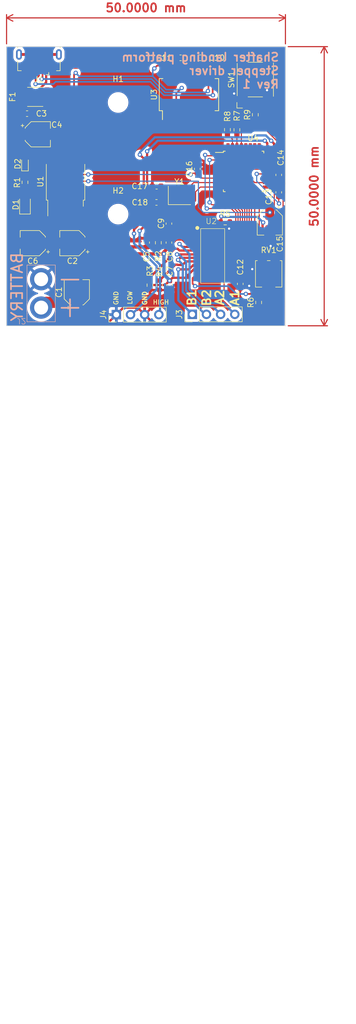
<source format=kicad_pcb>
(kicad_pcb (version 20221018) (generator pcbnew)
  (layers (0 "F.Cu" signal) (31 "B.Cu" signal) (34 "B.Paste" user) (35 "F.Paste" user) (36 "B.SilkS" user "B.Silkscreen") (37 "F.SilkS" user "F.Silkscreen") (38 "B.Mask" user) (39 "F.Mask" user) (44 "Edge.Cuts" user))
  (net 0 "")
  (net 1 "Net-(U3-3V3OUT)")
  (net 2 "Net-(U3-~{RESET})")
  (net 3 "Earth")
  (net 4 "+5V")
  (net 5 "Net-(U4-AREF)")
  (net 6 "Net-(U4-XTAL1{slash}PB6)")
  (net 7 "Net-(U4-XTAL2{slash}PB7)")
  (net 8 "Net-(U4-PD0)")
  (net 9 "Net-(U4-PD1)")
  (net 23 "RESET")
  (net 24 "+BATT")
  (net 25 "RX")
  (net 26 "TX")
  (net 30 "Low_Limit")
  (net 31 "D+")
  (net 32 "D-")
  (net 33 "High_Limit")
  (net 39 "Net-(D2-A)")
  (net 40 "Net-(D1-A)")
  (net 41 "B2")
  (net 42 "B1")
  (net 43 "A2")
  (net 44 "A1")
  (net 45 "Net-(U2-VCP)")
  (net 46 "Net-(U2-CP1)")
  (net 47 "Net-(U2-CP2)")
  (net 48 "+3.3V")
  (net 49 "Net-(J1-VBUS)")
  (net 50 "Net-(U2-ISENA)")
  (net 51 "Net-(U2-ISENB)")
  (net 52 "nHOME")
  (net 53 "nFAULT")
  (net 54 "Net-(U2-AVREF)")
  (net 55 "nRESET")
  (net 56 "nSLEEP")
  (net 57 "DECAY")
  (net 58 "DIR")
  (net 59 "nENBL")
  (net 60 "STEP")
  (net 62 "MODE0")
  (net 63 "MODE1")
  (net 64 "MODE2")
  (net 66 "unconnected-(J1-Shield-Pad6)")
  (footprint "Resistor_SMD:R_0603_1608Metric" (layer "F.Cu") (at 25.7125 42.725 -90)
    (fp_text reference "R3")
    (fp_text value "R")
  )
  (footprint "Package_SO:SSOP-28_5.3x10.2mm_P0.65mm" (layer "F.Cu") (at 32.7 8.6 90)
    (fp_text reference "U3")
    (fp_text value "FT232RL")
  )
  (footprint "Resistor_SMD:R_0603_1608Metric" (layer "F.Cu") (at 44.6 12.2 90)
    (fp_text reference "R9")
    (fp_text value "10k")
  )
  (footprint "Capacitor_SMD:C_0603_1608Metric" (layer "F.Cu") (at 26.875 27.9 180)
    (fp_text reference "C18")
    (fp_text value "22pF")
  )
  (footprint "Capacitor_SMD:C_0603_1608Metric" (layer "F.Cu") (at 41.9 42.496751 -90)
    (fp_text reference "C12")
    (fp_text value "470nF")
  )
  (footprint "Connector_PinHeader_2.54mm:PinHeader_1x04_P2.54mm_Vertical" (layer "F.Cu") (at 33.3 47.95 90)
    (fp_text reference "J3")
    (fp_text value "Conn_01x04")
  )
  (footprint "Resistor_SMD:R_0603_1608Metric" (layer "F.Cu") (at 3.3 24.3 -90)
    (fp_text reference "R1")
    (fp_text value "1k")
  )
  (footprint "Capacitor_SMD:C_0603_1608Metric" (layer "F.Cu") (at 34.2 21.9 90)
    (fp_text reference "C16")
    (fp_text value "1uF")
  )
  (footprint "Capacitor_SMD:C_0603_1608Metric" (layer "F.Cu") (at 48.8 26.1 90)
    (fp_text reference "C13")
    (fp_text value "100nF")
  )
  (footprint "Package_TO_SOT_SMD:TO-252-3_TabPin2" (layer "F.Cu") (at 10.575 24.185 90)
    (fp_text reference "U1")
    (fp_text value "LM1117DT-5.0")
  )
  (footprint "Resistor_SMD:R_0603_1608Metric" (layer "F.Cu") (at 27.4125 42.725 90)
    (fp_text reference "R4")
    (fp_text value "R")
  )
  (footprint "Capacitor_SMD:C_0603_1608Metric" (layer "F.Cu") (at 31.2 2)
    (fp_text reference "C11")
    (fp_text value "100nF")
  )
  (footprint "Capacitor_SMD:CP_Elec_4x4.5" (layer "F.Cu") (at 11.8 35.2 180)
    (fp_text reference "C2")
    (fp_text value "10uF")
  )
  (footprint "Resistor_SMD:R_0603_1608Metric" (layer "F.Cu") (at 39.2 31.4)
    (fp_text reference "R5")
    (fp_text value "10k")
  )
  (footprint "LED_SMD:LED_0805_2012Metric" (layer "F.Cu") (at 3.3 28.3 90)
    (fp_text reference "D1")
    (fp_text value "LED")
  )
  (footprint "Resistor_SMD:R_0603_1608Metric" (layer "F.Cu") (at 39.6 14.875 90)
    (fp_text reference "R8")
    (fp_text value "1k")
  )
  (footprint "Capacitor_SMD:C_0603_1608Metric" (layer "F.Cu") (at 34.7 2)
    (fp_text reference "C10")
    (fp_text value "100nF")
  )
  (footprint "Connector_PinHeader_2.54mm:PinHeader_1x04_P2.54mm_Vertical" (layer "F.Cu") (at 19.68 48 90)
    (fp_text reference "J4")
    (fp_text value "Conn_01x04")
  )
  (footprint "Capacitor_SMD:C_0603_1608Metric" (layer "F.Cu") (at 25.1125 35.1 90)
    (fp_text reference "C5")
    (fp_text value "100nF")
  )
  (footprint "Capacitor_SMD:C_0603_1608Metric" (layer "F.Cu") (at 29.1125 31.7 -90)
    (fp_text reference "C9")
    (fp_text value "10nF")
  )
  (footprint "Capacitor_SMD:CP_Elec_4x4.5" (layer "F.Cu") (at 5.6 15.7)
    (fp_text reference "C4")
    (fp_text value "4.7uF")
  )
  (footprint "Fuse:Fuse_1812_4532Metric" (layer "F.Cu") (at 5.1375 9)
    (fp_text reference "F1")
    (fp_text value "MF-MSMF050-2")
  )
  (footprint "Capacitor_SMD:C_0603_1608Metric" (layer "F.Cu") (at 29.2125 42.7 -90)
    (fp_text reference "C7")
    (fp_text value "100nF")
  )
  (footprint "Resistor_SMD:R_0603_1608Metric" (layer "F.Cu") (at 45.2 45.825 90)
    (fp_text reference "R6")
    (fp_text value "10k")
  )
  (footprint "Crystal:Crystal_SMD_3225-4Pin_3.2x2.5mm" (layer "F.Cu") (at 31 26.65)
    (fp_text reference "Y1")
    (fp_text value "16MHz")
  )
  (footprint "Button_Switch_SMD:SW_SPST_Omron_B3FS-100xP" (layer "F.Cu") (at 44.6 5.9 90)
    (fp_text reference "SW1")
    (fp_text value "SW_Push")
  )
  (footprint "MountingHole:MountingHole_3.2mm_M3" (layer "F.Cu") (at 20 10)
    (fp_text reference "H1")
    (fp_text value "MountingHole" hide)
  )
  (footprint "Capacitor_SMD:CP_Elec_4x4.5" (layer "F.Cu") (at 47.2 31.5 -90)
    (fp_text reference "C15")
    (fp_text value "4.7uF")
  )
  (footprint "MountingHole:MountingHole_3.2mm_M3" (layer "F.Cu") (at 20 30)
    (fp_text reference "H2")
    (fp_text value "MountingHole")
  )
  (footprint "Connector_USB:USB_Micro-B_GCT_USB3076-30-A" (layer "F.Cu") (at 5.8 2.6 180)
    (fp_text reference "J1")
    (fp_text value "USB_B_Micro")
  )
  (footprint "Capacitor_SMD:CP_Elec_4x4.5" (layer "F.Cu") (at 12.6 44 90)
    (fp_text reference "C1")
    (fp_text value "100uF")
  )
  (footprint "Package_QFP:TQFP-32_7x7mm_P0.8mm" (layer "F.Cu") (at 42.5 22.35)
    (fp_text reference "U4")
    (fp_text value "ATmega328P-A")
  )
  (footprint "Diode_SMD:D_SOD-523" (layer "F.Cu") (at 3.3 21 90)
    (fp_text reference "D2")
    (fp_text value "RB520SM")
  )
  (footprint "drv8825:DRV8825" (layer "F.Cu") (at 36.9 37.496751)
    (fp_text reference "U2")
    (fp_text value "DRV8825")
  )
  (footprint "Resistor_SMD:R_0603_1608Metric" (layer "F.Cu") (at 41.3 14.9 90)
    (fp_text reference "R7")
    (fp_text value "1k")
  )
  (footprint "Potentiometer_SMD:Potentiometer_Bourns_3314J_Vertical" (layer "F.Cu") (at 47 40.7)
    (fp_text reference "RV1")
    (fp_text value "10k")
  )
  (footprint "Capacitor_SMD:C_0603_1608Metric" (layer "F.Cu") (at 3.675 12)
    (fp_text reference "C3")
    (fp_text value "100nF")
  )
  (footprint "Capacitor_SMD:C_0603_1608Metric" (layer "F.Cu") (at 48.8 22.975 90)
    (fp_text reference "C14")
    (fp_text value "1uF")
  )
  (footprint "Capacitor_SMD:C_0603_1608Metric" (layer "F.Cu") (at 26.9 25 180)
    (fp_text reference "C17")
    (fp_text value "22pF")
  )
  (footprint "Resistor_SMD:R_0603_1608Metric" (layer "F.Cu") (at 27.2125 35.125 -90)
    (fp_text reference "R2")
    (fp_text value "1M")
  )
  (footprint "Capacitor_SMD:CP_Elec_4x4.5" (layer "F.Cu") (at 4.7 35.2 180)
    (fp_text reference "C6")
    (fp_text value "10uF")
  )
  (footprint "Capacitor_SMD:C_0603_1608Metric" (layer "F.Cu") (at 29.1125 35.1 -90)
    (fp_text reference "C8")
    (fp_text value "100nF")
  )
  (footprint "Battery_holes:Battery holes" (layer "B.Cu") (at 6.2 44.2)
    (fp_text reference "J2")
    (fp_text value "Conn_01x02")
  )
  (gr_rect (start 0 0) (end 50 50) (stroke (width 0.1)) (fill none) (layer "Edge.Cuts"))
  (gr_text "Shafter landing platform\nStepper driver\nRev 1" (at 49 7.6) (layer "B.SilkS") (effects (font (size 1.5 1.5) (thickness 0.3) bold) (justify left bottom mirror)))
  (gr_text "GND" (at 25.25 46.4 90) (layer "F.SilkS") (effects (font (size 0.8 0.8) (thickness 0.2) bold) (justify left bottom)))
  (gr_text "A1" (at 41.8 46.55 90) (layer "F.SilkS") (effects (font (size 1.5 1.5) (thickness 0.3) bold) (justify left bottom)))
  (gr_text "LOW" (at 22.6 46.25 90) (layer "F.SilkS") (effects (font (size 0.8 0.8) (thickness 0.15) bold) (justify left bottom)))
  (gr_text "B2" (at 36.75 46.65 90) (layer "F.SilkS") (effects (font (size 1.5 1.5) (thickness 0.3) bold) (justify left bottom)))
  (gr_text "GND" (at 20.1 46.35 90) (layer "F.SilkS") (effects (font (size 0.8 0.8) (thickness 0.15) bold) (justify left bottom)))
  (gr_text "B1" (at 34.1 46.6 90) (layer "F.SilkS") (effects (font (size 1.5 1.5) (thickness 0.3) bold) (justify left bottom)))
  (gr_text "HIGH" (at 26.15 46.25) (layer "F.SilkS") (effects (font (size 0.8 0.8) (thickness 0.15) bold) (justify left bottom)))
  (gr_text "A2" (at 39.1 46.5 90) (layer "F.SilkS") (effects (font (size 1.5 1.5) (thickness 0.3) bold) (justify left bottom)))
  (dimension (type aligned) (layer "F.Cu") (pts (xy 50 0) (xy 50 50)) (height -6.95) (gr_text "50.0000 mm" (at 55.15 25 90) (layer "F.Cu") (effects (font (size 1.5 1.5) (thickness 0.3)))) (format (prefix "") (suffix "") (units 3) (units_format 1) (precision 4)) (style (thickness 0.2) (arrow_length 1.27) (text_position_mode 0) (extension_height 0.58642) (extension_offset 0.5) keep_text_aligned))
  (dimension (type aligned) (layer "F.Cu") (pts (xy 50 0) (xy 0 0)) (height 5.149999) (gr_text "50.0000 mm" (at 25 -6.949999) (layer "F.Cu") (effects (font (size 1.5 1.5) (thickness 0.3)))) (format (prefix "") (suffix "") (units 3) (units_format 1) (precision 4)) (style (thickness 0.2) (arrow_length 1.27) (text_position_mode 0) (extension_height 0.58642) (extension_offset 0.5) keep_text_aligned))
  (segment (start 35.625 2.175) (end 35.625 5) (width 0.3) (layer "F.Cu") (net 1))
  (segment (start 32.6 2) (end 34.325 3.725) (width 0.3) (layer "F.Cu") (net 2))
  (segment (start 31.975 2) (end 32.6 2) (width 0.3) (layer "F.Cu") (net 2))
  (segment (start 34.325 3.725) (end 34.325 5) (width 0.3) (layer "F.Cu") (net 2))
  (segment (start 48.8 25.325) (end 49.575 26.1) (width 0.2) (layer "F.Cu") (net 3))
  (segment (start 37 22.5) (end 37.25 22.75) (width 0.2) (layer "F.Cu") (net 3))
  (segment (start 43.523528 49.65) (end 49.25 43.923528) (width 0.4) (layer "F.Cu") (net 3))
  (segment (start 49.575 30.925) (end 47.2 33.3) (width 0.2) (layer "F.Cu") (net 3))
  (segment (start 34.253249 43.696751) (end 29.434251 43.696751) (width 0.4) (layer "F.Cu") (net 3))
  (segment (start 48.8 22.2) (end 49.55 21.45) (width 0.2) (layer "F.Cu") (net 3))
  (segment (start 34.925 6.225) (end 34.975 6.175) (width 0.3) (layer "F.Cu") (net 3))
  (segment (start 33.675 30.325) (end 32.45 29.1) (width 0.4) (layer "F.Cu") (net 3))
  (segment (start 3.05 48) (end 4.55 49.5) (width 0.4) (layer "F.Cu") (net 3))
  (segment (start 32 27.5) (end 30.3 25.8) (width 0.2) (layer "F.Cu") (net 3))
  (segment (start 32.375 8.1) (end 33.025 7.45) (width 0.3) (layer "F.Cu") (net 3))
  (segment (start 34.975 6.175) (end 34.975 5) (width 0.3) (layer "F.Cu") (net 3))
  (segment (start 3.05 44.81) (end 3.05 48) (width 0.4) (layer "F.Cu") (net 3))
  (segment (start 34.975 5) (end 34.975 7.886161) (width 0.3) (layer "F.Cu") (net 3))
  (segment (start 33.025 6.175) (end 33.075 6.225) (width 0.3) (layer "F.Cu") (net 3))
  (segment (start 30.3 25.8) (end 29.9 25.8) (width 0.2) (layer "F.Cu") (net 3))
  (segment (start 38.25 21.15) (end 37.25 21.15) (width 0.2) (layer "F.Cu") (net 3))
  (segment (start 4.5 4.55) (end 3.45 5.6) (width 0.3) (layer "F.Cu") (net 3))
  (segment (start 30.475 6.225) (end 32.975 6.225) (width 0.3) (layer "F.Cu") (net 3))
  (segment (start 3.45 5.6) (end 2.1 5.6) (width 0.3) (layer "F.Cu") (net 3))
  (segment (start 32.1 27.5) (end 32 27.5) (width 0.2) (layer "F.Cu") (net 3))
  (segment (start 4.55 49.5) (end 18.18 49.5) (width 0.4) (layer "F.Cu") (net 3))
  (segment (start 37.25 22.75) (end 38.25 22.75) (width 0.2) (layer "F.Cu") (net 3))
  (segment (start 49.25 37.35) (end 47.6 35.7) (width 0.4) (layer "F.Cu") (net 3))
  (segment (start 47.35 35.7) (end 47.35 33.45) (width 0.4) (layer "F.Cu") (net 3))
  (segment (start 32.45 29.1) (end 27.3 29.1) (width 0.4) (layer "F.Cu") (net 3))
  (segment (start 32.375 12.2) (end 32.375 8.1) (width 0.3) (layer "F.Cu") (net 3))
  (segment (start 30.425 6.175) (end 30.475 6.225) (width 0.3) (layer "F.Cu") (net 3))
  (segment (start 49.575 26.1) (end 49.575 30.925) (width 0.2) (layer "F.Cu") (net 3))
  (segment (start 43.5 42.85) (end 42.321751 42.85) (width 0.2) (layer "F.Cu") (net 3))
  (segment (start 11.7 3.75) (end 11.15 4.3) (width 0.4) (layer "F.Cu") (net 3))
  (segment (start 38.371751 33.271751) (end 36.55 31.45) (width 0.4) (layer "F.Cu") (net 3))
  (segment (start 27.3 29.1) (end 26.1 27.9) (width 0.4) (layer "F.Cu") (net 3))
  (segment (start 29.775 6.25) (end 29.75 6.275) (width 0.4) (layer "F.Cu") (net 3))
  (segment (start 49.55 21.45) (end 49.55 11.95) (width 0.2) (layer "F.Cu") (net 3))
  (segment (start 11.15 4.3) (end 11.15 11.95) (width 0.4) (layer "F.Cu") (net 3))
  (segment (start 29.75 6.275) (end 16.375 6.275) (width 0.4) (layer "F.Cu") (net 3))
  (segment (start 36.538839 9.45) (end 39.75 9.45) (width 0.3) (layer "F.Cu") (net 3))
  (segment (start 49.55 11.95) (end 47.5 9.9) (width 0.2) (layer "F.Cu") (net 3))
  (segment (start 16.375 6.275) (end 13.85 3.75) (width 0.4) (layer "F.Cu") (net 3))
  (segment (start 42.321751 42.85) (end 41.9 43.271751) (width 0.2) (layer "F.Cu") (net 3))
  (segment (start 39.8 32.7) (end 39.9 32.6) (width 0.4) (layer "F.Cu") (net 3))
  (segment (start 49.575 24.55) (end 49.575 22.975) (width 0.2) (layer "F.Cu") (net 3))
  (segment (start 2.1 5.6) (end 1.5 6.2) (width 0.3) (layer "F.Cu") (net 3))
  (segment (start 34.975 7.886161) (end 36.538839 9.45) (width 0.3) (layer "F.Cu") (net 3))
  (segment (start 34.975 3.05) (end 33.925 2) (width 0.3) (layer "F.Cu") (net 3))
  (segment (start 37.25 21.15) (end 37 21.4) (width 0.2) (layer "F.Cu") (net 3))
  (segment (start 36.55 31.45) (end 36.55 30.75) (width 0.4) (layer "F.Cu") (net 3))
  (segment (start 29.434251 43.696751) (end 29.2125 43.475) (width 0.4) (layer "F.Cu") (net 3))
  (segment (start 11.15 11.95) (end 7.4 15.7) (width 0.4) (layer "F.Cu") (net 3))
  (segment (start 29.775 5) (end 29.775 6.25) (width 0.4) (layer "F.Cu") (net 3))
  (segment (start 20.93 46.75) (end 23.51 46.75) (width 0.4) (layer "F.Cu") (net 3))
  (segment (start 45.85 38.7) (end 45.2 38.7) (width 0.2) (layer "F.Cu") (net 3))
  (segment (start 48.8 22.2) (end 48.85 22.15) (width 0.2) (layer "F.Cu") (net 3))
  (segment (start 47.6 35.7) (end 47.35 35.7) (width 0.4) (layer "F.Cu") (net 3))
  (segment (start 24.76 48) (end 25.7125 47.0475) (width 0.4) (layer "F.Cu") (net 3))
  (segment (start 48.85 22.15) (end 48.85 3.9) (width 0.2) (layer "F.Cu") (net 3))
  (segment (start 26.41 49.65) (end 43.523528 49.65) (width 0.4) (layer "F.Cu") (net 3))
  (segment (start 46.7 9.75) (end 46.85 9.9) (width 0.3) (layer "F.Cu") (net 3))
  (segment (start 24.76 48) (end 26.41 49.65) (width 0.4) (layer "F.Cu") (net 3))
  (segment (start 13.85 3.75) (end 11.7 3.75) (width 0.4) (layer "F.Cu") (net 3))
  (segment (start 47.35 33.45) (end 47.2 33.3) (width 0.4) (layer "F.Cu") (net 3))
  (segment (start 34.6 42.121751) (end 34.6 43.35) (width 0.4) (layer "F.Cu") (net 3))
  (segment (start 34.6 43.35) (end 34.253249 43.696751) (width 0.4) (layer "F.Cu") (net 3))
  (segment (start 4.5 4.05) (end 4.5 4.55) (width 0.3) (layer "F.Cu") (net 3))
  (segment (start 45.2 38.7) (end 44.05 39.85) (width 0.2) (layer "F.Cu") (net 3))
  (segment (start 33.075 6.225) (end 34.925 6.225) (width 0.3) (layer "F.Cu") (net 3))
  (segment (start 48.85 3.9) (end 46.85 1.9) (width 0.2) (layer "F.Cu") (net 3))
  (segment (start 47.5 9.9) (end 46.85 9.9) (width 0.2) (layer "F.Cu") (net 3))
  (segment (start 18.18 49.5) (end 20.93 46.75) (width 0.4) (layer "F.Cu") (net 3))
  (segment (start 34.975 5) (end 34.975 3.05) (width 0.3) (layer "F.Cu") (net 3))
  (segment (start 39.125 21.15) (end 38.25 21.15) (width 0.2) (layer "F.Cu") (net 3))
  (segment (start 1.5 27.4375) (end 3.3 29.2375) (width 0.3) (layer "F.Cu") (net 3))
  (segment (start 39.75 9.45) (end 40.8 8.4) (width 0.3) (layer "F.Cu") (net 3))
  (segment (start 36.125 30.325) (end 33.675 30.325) (width 0.4) (layer "F.Cu") (net 3))
  (segment (start 49.25 43.923528) (end 49.25 37.35) (width 0.4) (layer "F.Cu") (net 3))
  (segment (start 46.75 21.95) (end 39.925 21.95) (width 0.2) (layer "F.Cu") (net 3))
  (segment (start 25.7125 47.0475) (end 25.7125 43.55) (width 0.4) (layer "F.Cu") (net 3))
  (segment (start 48.8 25.325) (end 49.575 24.55) (width 0.2) (layer "F.Cu") (net 3))
  (segment (start 46.7 7.8) (end 46.7 9.75) (width 0.3) (layer "F.Cu") (net 3))
  (segment (start 33.025 5) (end 33.025 6.175) (width 0.3) (layer "F.Cu") (net 3))
  (segment (start 32.975 6.225) (end 33.025 6.175) (width 0.3) (layer "F.Cu") (net 3))
  (segment (start 1.5 6.2) (end 1.5 27.4375) (width 0.3) (layer "F.Cu") (net 3))
  (segment (start 37 21.4) (end 37 22.5) (width 0.2) (layer "F.Cu") (net 3))
  (segment (start 34.2 41.721751) (end 34.6 42.121751) (width 0.4) (layer "F.Cu") (net 3))
  (segment (start 39.925 21.95) (end 39.125 21.15) (width 0.2) (layer "F.Cu") (net 3))
  (segment (start 49.575 22.975) (end 48.8 22.2) (width 0.2) (layer "F.Cu") (net 3))
  (segment (start 30.425 5) (end 30.425 6.175) (width 0.3) (layer "F.Cu") (net 3))
  (segment (start 23.51 46.75) (end 24.76 48) (width 0.4) (layer "F.Cu") (net 3))
  (segment (start 39.8 33.271751) (end 39.8 32.7) (width 0.4) (layer "F.Cu") (net 3))
  (segment (start 33.025 7.45) (end 33.025 5) (width 0.3) (layer "F.Cu") (net 3))
  (segment (start 39.8 33.271751) (end 38.371751 33.271751) (width 0.4) (layer "F.Cu") (net 3))
  (segment (start 6.2 41.66) (end 3.05 44.81) (width 0.4) (layer "F.Cu") (net 3))
  (segment (start 36.55 30.75) (end 36.125 30.325) (width 0.4) (layer "F.Cu") (net 3))
  (via (at 44.05 39.85) (size 0.8) (drill 0.4) (layers "F.Cu" "B.Cu") (net 3))
  (via (at 40.8 8.4) (size 0.8) (drill 0.4) (layers "F.Cu" "B.Cu") (net 3))
  (via (at 46.7 7.8) (size 0.8) (drill 0.4) (layers "F.Cu" "B.Cu") (net 3))
  (via (at 39.9 32.6) (size 0.8) (drill 0.4) (layers "F.Cu" "B.Cu") (net 3))
  (via (at 47.35 35.7) (size 0.8) (drill 0.4) (layers "F.Cu" "B.Cu") (net 3))
  (via (at 43.5 42.85) (size 0.8) (drill 0.4) (layers "F.Cu" "B.Cu") (net 3))
  (segment (start 44.25 32.6) (end 47.35 35.7) (width 0.4) (layer "B.Cu") (net 3))
  (segment (start 43.5 40.4) (end 43.5 42.85) (width 0.2) (layer "B.Cu") (net 3))
  (segment (start 46.1 8.4) (end 46.7 7.8) (width 0.3) (layer "B.Cu") (net 3))
  (segment (start 44.05 39.85) (end 43.5 40.4) (width 0.2) (layer "B.Cu") (net 3))
  (segment (start 39.9 32.6) (end 44.25 32.6) (width 0.4) (layer "B.Cu") (net 3))
  (segment (start 40.8 8.4) (end 46.1 8.4) (width 0.3) (layer "B.Cu") (net 3))
  (segment (start 30.507538 0.7) (end 29 2.207538) (width 0.2) (layer "F.Cu") (net 4))
  (segment (start 33.675 3.825) (end 33.675 5) (width 0.3) (layer "F.Cu") (net 4))
  (segment (start 26.5 3.9) (end 27 3.4) (width 0.3) (layer "F.Cu") (net 4))
  (segment (start 8.6 21.7) (end 3.3 21.7) (width 1) (layer "F.Cu") (net 4))
  (segment (start 27 3.4) (end 29 3.4) (width 0.3) (layer "F.Cu") (net 4))
  (segment (start 46.75 24.35) (end 44.5 24.35) (width 0.2) (layer "F.Cu") (net 4))
  (segment (start 29 2.207538) (end 29 3.4) (width 0.2) (layer "F.Cu") (net 4))
  (segment (start 10.575 29.225) (end 10.575 26.125) (width 1) (layer "F.Cu") (net 4))
  (segment (start 48.025 20.875) (end 48.025 24.075) (width 0.2) (layer "F.Cu") (net 4))
  (segment (start 45.375 2.375) (end 43.7 0.7) (width 0.2) (layer "F.Cu") (net 4))
  (segment (start 9.05 21.25) (end 8.6 21.7) (width 1) (layer "F.Cu") (net 4))
  (segment (start 39.25 23.55) (end 39.35 23.45) (width 0.2) (layer "F.Cu") (net 4))
  (segment (start 10.575 31.125) (end 6.5 35.2) (width 1) (layer "F.Cu") (net 4))
  (segment (start 47.75 24.35) (end 48 24.6) (width 0.2) (layer "F.Cu") (net 4))
  (segment (start 43.7 23.55) (end 38.25 23.55) (width 0.2) (layer "F.Cu") (net 4))
  (segment (start 13.8 22.9) (end 12.1 24.6) (width 0.2) (layer "F.Cu") (net 4))
  (segment (start 48.8 23.75) (end 48.2 24.35) (width 0.2) (layer "F.Cu") (net 4))
  (segment (start 14.65 22.9) (end 13.8 22.9) (width 0.2) (layer "F.Cu") (net 4))
  (segment (start 48 24.6) (end 48 28.9) (width 0.2) (layer "F.Cu") (net 4))
  (segment (start 33.225 22.675) (end 33 22.9) (width 0.2) (layer "F.Cu") (net 4))
  (segment (start 44.6 13.025) (end 48.45 16.875) (width 0.2) (layer "F.Cu") (net 4))
  (segment (start 39.25 21.95) (end 38.25 21.95) (width 0.2) (layer "F.Cu") (net 4))
  (segment (start 11.75 24.1) (end 10.575 22.925) (width 0.2) (layer "F.Cu") (net 4))
  (segment (start 48.45 20.45) (end 48.025 20.875) (width 0.2) (layer "F.Cu") (net 4))
  (segment (start 39.35 23.45) (end 39.35 22.05) (width 0.2) (layer "F.Cu") (net 4))
  (segment (start 44.5 24.35) (end 43.7 23.55) (width 0.2) (layer "F.Cu") (net 4))
  (segment (start 38.25 23.55) (end 39.25 23.55) (width 0.2) (layer "F.Cu") (net 4))
  (segment (start 12.1 21.25) (end 12.1 5) (width 0.3) (layer "F.Cu") (net 4))
  (segment (start 12.1 5) (end 12.4 4.7) (width 0.3) (layer "F.Cu") (net 4))
  (segment (start 48 28.9) (end 47.2 29.7) (width 0.2) (layer "F.Cu") (net 4))
  (segment (start 35.075 23.55) (end 34.2 22.675) (width 0.2) (layer "F.Cu") (net 4))
  (segment (start 3.3 21.7) (end 3.3 23.475) (width 1) (layer "F.Cu") (net 4))
  (segment (start 10.575 29.225) (end 10.575 31.125) (width 1) (layer "F.Cu") (net 4))
  (segment (start 45.375 12.25) (end 45.375 2.375) (width 0.2) (layer "F.Cu") (net 4))
  (segment (start 10.575 26.125) (end 12.1 24.6) (width 1) (layer "F.Cu") (net 4))
  (segment (start 31.4 7.4) (end 30.425 8.375) (width 0.3) (layer "F.Cu") (net 4))
  (segment (start 38.25 23.55) (end 35.075 23.55) (width 0.2) (layer "F.Cu") (net 4))
  (segment (start 44.6 13.025) (end 45.375 12.25) (width 0.2) (layer "F.Cu") (net 4))
  (segment (start 47.75 24.35) (end 46.75 24.35) (width 0.2) (layer "F.Cu") (net 4))
  (segment (start 29 3.4) (end 33.25 3.4) (width 0.3) (layer "F.Cu") (net 4))
  (segment (start 43.7 0.7) (end 30.507538 0.7) (width 0.2) (layer "F.Cu") (net 4))
  (segment (start 48.025 24.075) (end 47.75 24.35) (width 0.2) (layer "F.Cu") (net 4))
  (segment (start 33.25 3.4) (end 33.675 3.825) (width 0.3) (layer "F.Cu") (net 4))
  (segment (start 48.2 24.35) (end 46.75 24.35) (width 0.2) (layer "F.Cu") (net 4))
  (segment (start 30.425 8.375) (end 30.425 12.2) (width 0.3) (layer "F.Cu") (net 4))
  (segment (start 14.65 24.1) (end 11.75 24.1) (width 0.2) (layer "F.Cu") (net 4))
  (segment (start 34.2 22.675) (end 33.225 22.675) (width 0.2) (layer "F.Cu") (net 4))
  (segment (start 48.45 16.875) (end 48.45 20.45) (width 0.2) (layer "F.Cu") (net 4))
  (segment (start 39.35 22.05) (end 39.25 21.95) (width 0.2) (layer "F.Cu") (net 4))
  (via (at 14.65 24.1) (size 0.8) (drill 0.4) (layers "F.Cu" "B.Cu") (net 4))
  (via (at 14.65 22.9) (size 0.8) (drill 0.4) (layers "F.Cu" "B.Cu") (net 4))
  (via (at 33 22.9) (size 0.8) (drill 0.4) (layers "F.Cu" "B.Cu") (net 4))
  (via (at 47.2 29.7) (size 0.8) (drill 0.4) (layers "F.Cu" "B.Cu") (net 4))
  (via (at 26.5 3.9) (size 0.8) (drill 0.4) (layers "F.Cu" "B.Cu") (net 4))
  (via (at 12.4 4.7) (size 0.8) (drill 0.4) (layers "F.Cu" "B.Cu") (net 4))
  (via (at 31.4 7.4) (size 0.8) (drill 0.4) (layers "F.Cu" "B.Cu") (net 4))
  (segment (start 28.607106 7.7) (end 30.6 7.7) (width 0.3) (layer "B.Cu") (net 4))
  (segment (start 30.6 7.7) (end 31.1 7.7) (width 0.3) (layer "B.Cu") (net 4))
  (segment (start 14.65 24.1) (end 34.4 24.1) (width 0.2) (layer "B.Cu") (net 4))
  (segment (start 14.65 22.9) (end 33 22.9) (width 0.2) (layer "B.Cu") (net 4))
  (segment (start 15.1 5.3) (end 25.2 5.3) (width 0.3) (layer "B.Cu") (net 4))
  (segment (start 34.4 28.8) (end 35.3 29.7) (width 0.2) (layer "B.Cu") (net 4))
  (segment (start 27.753553 6.846447) (end 28.607106 7.7) (width 0.3) (layer "B.Cu") (net 4))
  (segment (start 25.2 5.3) (end 26.1 5.3) (width 0.3) (layer "B.Cu") (net 4))
  (segment (start 31.1 7.7) (end 31.4 7.4) (width 0.3) (layer "B.Cu") (net 4))
  (segment (start 26.207106 4.192894) (end 26.5 3.9) (width 0.3) (layer "B.Cu") (net 4))
  (segment (start 26.207106 5.3) (end 26.207106 4.192894) (width 0.3) (layer "B.Cu") (net 4))
  (segment (start 35.3 29.7) (end 47.2 29.7) (width 0.2) (layer "B.Cu") (net 4))
  (segment (start 34.4 24.1) (end 34.4 28.8) (width 0.2) (layer "B.Cu") (net 4))
  (segment (start 26.1 5.3) (end 26.207106 5.3) (width 0.3) (layer "B.Cu") (net 4))
  (segment (start 26.207106 5.3) (end 27.753553 6.846447) (width 0.3) (layer "B.Cu") (net 4))
  (segment (start 13 5.3) (end 15.1 5.3) (width 0.3) (layer "B.Cu") (net 4))
  (segment (start 12.4 4.7) (end 13 5.3) (width 0.3) (layer "B.Cu") (net 4))
  (segment (start 46.7 22.8) (end 46.75 22.75) (width 0.2) (layer "F.Cu") (net 5))
  (segment (start 48.8 28.05) (end 48.85 28.1) (width 0.2) (layer "F.Cu") (net 5))
  (segment (start 44.85 22.8) (end 46.7 22.8) (width 0.2) (layer "F.Cu") (net 5))
  (segment (start 48.8 26.875) (end 48.8 28.05) (width 0.2) (layer "F.Cu") (net 5))
  (via (at 44.85 22.8) (size 0.8) (drill 0.4) (layers "F.Cu" "B.Cu") (net 5))
  (via (at 48.85 28.1) (size 0.8) (drill 0.4) (layers "F.Cu" "B.Cu") (net 5))
  (segment (start 44.85 24.1) (end 44.85 22.8) (width 0.2) (layer "B.Cu") (net 5))
  (segment (start 48.85 28.1) (end 44.85 24.1) (width 0.2) (layer "B.Cu") (net 5))
  (segment (start 27.675 25) (end 27.775 24.9) (width 0.2) (layer "F.Cu") (net 6))
  (segment (start 31.2 24.9) (end 32.1 25.8) (width 0.2) (layer "F.Cu") (net 6))
  (segment (start 32.1 25.8) (end 33.55 24.35) (width 0.2) (layer "F.Cu") (net 6))
  (segment (start 27.775 24.9) (end 31.2 24.9) (width 0.2) (layer "F.Cu") (net 6))
  (segment (start 33.55 24.35) (end 38.25 24.35) (width 0.2) (layer "F.Cu") (net 6))
  (segment (start 32.9 28.6) (end 31 28.6) (width 0.2) (layer "F.Cu") (net 7))
  (segment (start 38.25 25.15) (end 34.75 25.15) (width 0.2) (layer "F.Cu") (net 7))
  (segment (start 33.9 27.6) (end 32.9 28.6) (width 0.2) (layer "F.Cu") (net 7))
  (segment (start 29.5 27.9) (end 29.9 27.5) (width 0.2) (layer "F.Cu") (net 7))
  (segment (start 31 28.6) (end 29.9 27.5) (width 0.2) (layer "F.Cu") (net 7))
  (segment (start 34.75 25.15) (end 33.9 26) (width 0.2) (layer "F.Cu") (net 7))
  (segment (start 27.65 27.9) (end 29.5 27.9) (width 0.2) (layer "F.Cu") (net 7))
  (segment (start 33.9 26) (end 33.9 27.6) (width 0.2) (layer "F.Cu") (net 7))
  (segment (start 41.3 18.1) (end 41.3 15.725) (width 0.2) (layer "F.Cu") (net 8))
  (segment (start 40.5 16.6) (end 39.6 15.7) (width 0.2) (layer "F.Cu") (net 9))
  (segment (start 40.5 18.1) (end 40.5 16.6) (width 0.2) (layer "F.Cu") (net 9))
  (segment (start 42.35 9.9) (end 43.125 9.9) (width 0.2) (layer "F.Cu") (net 23))
  (segment (start 44.6 11.375) (end 42.1 13.875) (width 0.2) (layer "F.Cu") (net 23))
  (segment (start 31.2 1.225) (end 30.425 2) (width 0.2) (layer "F.Cu") (net 23))
  (segment (start 42.1 13.875) (end 42.1 18.1) (width 0.2) (layer "F.Cu") (net 23))
  (segment (start 43.125 9.9) (end 44.6 11.375) (width 0.2) (layer "F.Cu") (net 23))
  (segment (start 42.35 1.9) (end 41.675 1.225) (width 0.2) (layer "F.Cu") (net 23))
  (segment (start 41.675 1.225) (end 31.2 1.225) (width 0.2) (layer "F.Cu") (net 23))
  (segment (start 42.35 1.9) (end 42.35 9.9) (width 0.2) (layer "F.Cu") (net 23))
  (segment (start 34.2 35.221751) (end 32.171751 35.221751) (width 0.4) (layer "F.Cu") (net 24))
  (segment (start 13.6 35.2) (end 15.4 37) (width 2) (layer "F.Cu") (net 24))
  (segment (start 32.55 40.9) (end 32.55 41.4) (width 0.4) (layer "F.Cu") (net 24))
  (segment (start 32.171751 35.221751) (end 31.5 34.55) (width 0.4) (layer "F.Cu") (net 24))
  (segment (start 32.55 41.4) (end 29.7375 41.4) (width 0.4) (layer "F.Cu") (net 24))
  (segment (start 7.14 45.8) (end 6.2 46.74) (width 2) (layer "F.Cu") (net 24))
  (segment (start 13.925305 44.525305) (end 12.65061 45.8) (width 2) (layer "F.Cu") (net 24))
  (segment (start 15.525 37.125) (end 15.4 37) (width 0.6) (layer "F.Cu") (net 24))
  (segment (start 12.855 34.455) (end 13.6 35.2) (width 2) (layer "F.Cu") (net 24))
  (segment (start 27.2875 35.875) (end 27.2125 35.95) (width 0.6) (layer "F.Cu") (net 24))
  (segment (start 31.5 34.55) (end 30.4375 34.55) (width 0.4) (layer "F.Cu") (net 24))
  (segment (start 30.4375 34.55) (end 29.1125 35.875) (width 0.4) (layer "F.Cu") (net 24))
  (segment (start 29.1125 35.875) (end 27.2875 35.875) (width 0.6) (layer "F.Cu") (net 24))
  (segment (start 12.65061 45.8) (end 12.6 45.8) (width 2) (layer "F.Cu") (net 24))
  (segment (start 15.75061 42.7) (end 15.4 43.05061) (width 0.4) (layer "F.Cu") (net 24))
  (segment (start 25.1875 35.95) (end 25.1125 35.875) (width 0.6) (layer "F.Cu") (net 24))
  (segment (start 12.6 45.8) (end 7.14 45.8) (width 2) (layer "F.Cu") (net 24))
  (segment (start 28.4375 42.7) (end 15.75061 42.7) (width 0.4) (layer "F.Cu") (net 24))
  (segment (start 28.2125 37.125) (end 15.525 37.125) (width 0.6) (layer "F.Cu") (net 24))
  (segment (start 28.2125 36.775) (end 29.1125 35.875) (width 0.6) (layer "F.Cu") (net 24))
  (segment (start 25.1125 35.875) (end 14.275 35.875) (width 0.6) (layer "F.Cu") (net 24))
  (segment (start 15.4 37) (end 15.4 43.05061) (width 2) (layer "F.Cu") (net 24))
  (segment (start 15.778859 42.671751) (end 13.925305 44.525305) (width 0.4) (layer "F.Cu") (net 24))
  (segment (start 28.2125 37.125) (end 28.2125 36.775) (width 0.6) (layer "F.Cu") (net 24))
  (segment (start 33.678249 39.771751) (end 32.55 40.9) (width 0.4) (layer "F.Cu") (net 24))
  (segment (start 34.2 39.771751) (end 33.678249 39.771751) (width 0.4) (layer "F.Cu") (net 24))
  (segment (start 27.2125 35.95) (end 25.1875 35.95) (width 0.6) (layer "F.Cu") (net 24))
  (segment (start 14.275 35.875) (end 13.6 35.2) (width 0.6) (layer "F.Cu") (net 24))
  (segment (start 29.7375 41.4) (end 29.2125 41.925) (width 0.4) (layer "F.Cu") (net 24))
  (segment (start 15.4 43.05061) (end 13.925305 44.525305) (width 2) (layer "F.Cu") (net 24))
  (segment (start 12.855 29.225) (end 12.855 34.455) (width 2) (layer "F.Cu") (net 24))
  (segment (start 29.2125 41.925) (end 28.4375 42.7) (width 0.4) (layer "F.Cu") (net 24))
  (via (at 28.2125 37.125) (size 0.8) (drill 0.4) (layers "F.Cu" "B.Cu") (net 24))
  (via (at 29.2125 41.925) (size 0.8) (drill 0.4) (layers "F.Cu" "B.Cu") (net 24))
  (segment (start 29.2125 41.825) (end 28.2125 40.825) (width 0.6) (layer "B.Cu") (net 24))
  (segment (start 28.2125 40.825) (end 28.2125 37.125) (width 0.6) (layer "B.Cu") (net 24))
  (segment (start 28.475 13.25) (end 28.475 12.2) (width 0.2) (layer "F.Cu") (net 25))
  (segment (start 40.757107 14.075) (end 40.082107 14.75) (width 0.2) (layer "F.Cu") (net 25))
  (segment (start 29.975 14.75) (end 28.475 13.25) (width 0.2) (layer "F.Cu") (net 25))
  (segment (start 40.082107 14.75) (end 29.975 14.75) (width 0.2) (layer "F.Cu") (net 25))
  (segment (start 41.3 14.075) (end 40.757107 14.075) (width 0.2) (layer "F.Cu") (net 25))
  (segment (start 39.6 14.05) (end 31.85 14.05) (width 0.2) (layer "F.Cu") (net 26))
  (segment (start 31.075 13.275) (end 31.075 12.2) (width 0.2) (layer "F.Cu") (net 26))
  (segment (start 31.85 14.05) (end 31.075 13.275) (width 0.2) (layer "F.Cu") (net 26))
  (segment (start 24.6 31) (end 24.6 20.05) (width 0.4) (layer "F.Cu") (net 30))
  (segment (start 47.442878 16.857122) (end 47.95 17.364244) (width 0.4) (layer "F.Cu") (net 30))
  (segment (start 47.95 17.364244) (end 47.95 20.225) (width 0.4) (layer "F.Cu") (net 30))
  (segment (start 22.85 32.75) (end 24.6 31) (width 0.4) (layer "F.Cu") (net 30))
  (segment (start 47.95 20.225) (end 47.825 20.35) (width 0.4) (layer "F.Cu") (net 30))
  (segment (start 47.825 20.35) (end 46.75 20.35) (width 0.4) (layer "F.Cu") (net 30))
  (segment (start 22.85 33.5) (end 22.85 32.75) (width 0.4) (layer "F.Cu") (net 30))
  (segment (start 24.6 20.05) (end 23.9 19.35) (width 0.4) (layer "F.Cu") (net 30))
  (via (at 22.85 33.5) (size 0.8) (drill 0.4) (layers "F.Cu" "B.Cu") (net 30))
  (via (at 23.9 19.35) (size 0.8) (drill 0.4) (layers "F.Cu" "B.Cu") (net 30))
  (via (at 47.442878 16.857122) (size 0.8) (drill 0.4) (layers "F.Cu" "B.Cu") (net 30))
  (segment (start 26.568629 16.25) (end 44.2 16.25) (width 0.4) (layer "B.Cu") (net 30))
  (segment (start 26.9 39.298528) (end 22.85 35.248528) (width 0.4) (layer "B.Cu") (net 30))
  (segment (start 23.9 18.918629) (end 26.568629 16.25) (width 0.4) (layer "B.Cu") (net 30))
  (segment (start 22.85 35.248528) (end 22.85 33.5) (width 0.4) (layer "B.Cu") (net 30))
  (segment (start 22.42 48) (end 26.9 43.52) (width 0.4) (layer "B.Cu") (net 30))
  (segment (start 44.55 15.9) (end 46.485756 15.9) (width 0.4) (layer "B.Cu") (net 30))
  (segment (start 26.9 43.52) (end 26.9 39.298528) (width 0.4) (layer "B.Cu") (net 30))
  (segment (start 46.485756 15.9) (end 47.442878 16.857122) (width 0.4) (layer "B.Cu") (net 30))
  (segment (start 44.2 16.25) (end 44.55 15.9) (width 0.4) (layer "B.Cu") (net 30))
  (segment (start 22.22 48) (end 22.42 48) (width 0.4) (layer "B.Cu") (net 30))
  (segment (start 23.9 19.35) (end 23.9 18.918629) (width 0.4) (layer "B.Cu") (net 30))
  (segment (start 5.2 5.8) (end 5.8 5.2) (width 0.3) (layer "F.Cu") (net 31))
  (segment (start 36.95 8.65) (end 36.95 5.025) (width 0.3) (layer "F.Cu") (net 31))
  (segment (start 37 8.7) (end 36.95 8.65) (width 0.3) (layer "F.Cu") (net 31))
  (segment (start 5.8 5.2) (end 5.8 4.05) (width 0.3) (layer "F.Cu") (net 31))
  (segment (start 5.2 6.7) (end 5.2 5.8) (width 0.3) (layer "F.Cu") (net 31))
  (segment (start 36.95 5.025) (end 36.925 5) (width 0.3) (layer "F.Cu") (net 31))
  (via (at 37 8.7) (size 0.8) (drill 0.4) (layers "F.Cu" "B.Cu") (net 31))
  (via (at 5.2 6.7) (size 0.8) (drill 0.4) (layers "F.Cu" "B.Cu") (net 31))
  (segment (start 28.192894 8.7) (end 25.792894 6.3) (width 0.3) (layer "B.Cu") (net 31))
  (segment (start 8.8 6.3) (end 8.4 6.7) (width 0.3) (layer "B.Cu") (net 31))
  (segment (start 37 8.7) (end 28.192894 8.7) (width 0.3) (layer "B.Cu") (net 31))
  (segment (start 8.4 6.7) (end 5.2 6.7) (width 0.3) (layer "B.Cu") (net 31))
  (segment (start 25.792894 6.3) (end 8.8 6.3) (width 0.3) (layer "B.Cu") (net 31))
  (segment (start 36.2 7.8505) (end 36.2 5.075) (width 0.3) (layer "F.Cu") (net 32))
  (segment (start 36.1 7.9505) (end 36.2 7.8505) (width 0.3) (layer "F.Cu") (net 32))
  (segment (start 6.45 4.05) (end 6.45 5.6505) (width 0.3) (layer "F.Cu") (net 32))
  (segment (start 6.45 5.6505) (end 6.3005 5.8) (width 0.3) (layer "F.Cu") (net 32))
  (segment (start 36.2 5.075) (end 36.275 5) (width 0.3) (layer "F.Cu") (net 32))
  (via (at 6.3005 5.8) (size 0.8) (drill 0.4) (layers "F.Cu" "B.Cu") (net 32))
  (via (at 36.1 7.9505) (size 0.8) (drill 0.4) (layers "F.Cu" "B.Cu") (net 32))
  (segment (start 36.1 7.9505) (end 35.8505 8.2) (width 0.3) (layer "B.Cu") (net 32))
  (segment (start 26 5.8) (end 6.3005 5.8) (width 0.3) (layer "B.Cu") (net 32))
  (segment (start 28.4 8.2) (end 26 5.8) (width 0.3) (layer "B.Cu") (net 32))
  (segment (start 35.8505 8.2) (end 28.4 8.2) (width 0.3) (layer "B.Cu") (net 32))
  (segment (start 25.2 31.65) (end 23.85 33) (width 0.4) (layer "F.Cu") (net 33))
  (segment (start 46.75 17.3) (end 46.3 16.85) (width 0.4) (layer "F.Cu") (net 33))
  (segment (start 46.75 19.55) (end 46.75 17.3) (width 0.4) (layer "F.Cu") (net 33))
  (segment (start 25.2 18.75) (end 25.2 31.65) (width 0.4) (layer "F.Cu") (net 33))
  (via (at 23.85 33) (size 0.8) (drill 0.4) (layers "F.Cu" "B.Cu") (net 33))
  (via (at 46.3 16.85) (size 0.8) (drill 0.4) (layers "F.Cu" "B.Cu") (net 33))
  (via (at 25.2 18.75) (size 0.8) (drill 0.4) (layers "F.Cu" "B.Cu") (net 33))
  (segment (start 23.85 33) (end 23.85 35.4) (width 0.4) (layer "B.Cu") (net 33))
  (segment (start 27.1 16.85) (end 25.2 18.75) (width 0.4) (layer "B.Cu") (net 33))
  (segment (start 27.5125 39.0625) (end 27.5125 47.7875) (width 0.4) (layer "B.Cu") (net 33))
  (segment (start 27.5125 47.7875) (end 27.3 48) (width 0.4) (layer "B.Cu") (net 33))
  (segment (start 46.3 16.85) (end 27.1 16.85) (width 0.4) (layer "B.Cu") (net 33))
  (segment (start 23.85 35.4) (end 27.5125 39.0625) (width 0.4) (layer "B.Cu") (net 33))
  (segment (start 2.9 14.8) (end 3.8 15.7) (width 0.4) (layer "F.Cu") (net 39))
  (segment (start 5.9 9) (end 2.9 12) (width 0.4) (layer "F.Cu") (net 39))
  (segment (start 7.275 9) (end 5.9 9) (width 0.4) (layer "F.Cu") (net 39))
  (segment (start 3.3 20.3) (end 3.8 19.8) (width 0.4) (layer "F.Cu") (net 39))
  (segment (start 2.9 12) (end 2.9 14.8) (width 0.4) (layer "F.Cu") (net 39))
  (segment (start 3.8 19.8) (end 3.8 15.7) (width 0.4) (layer "F.Cu") (net 39))
  (segment (start 3.3 25.125) (end 3.3 27.3625) (width 1) (layer "F.Cu") (net 40))
  (segment (start 31.128249 37.821751) (end 34.2 37.821751) (width 0.4) (layer "F.Cu") (net 41))
  (segment (start 30.75 38.2) (end 31.128249 37.821751) (width 0.4) (layer "F.Cu") (net 41))
  (via (at 30.75 38.2) (size 0.8) (drill 0.4) (layers "F.Cu" "B.Cu") (net 41))
  (segment (start 31.6 39.05) (end 31.6 43.956751) (width 0.4) (layer "B.Cu") (net 41))
  (segment (start 31.6 43.956751) (end 35.593249 47.95) (width 0.4) (layer "B.Cu") (net 41))
  (segment (start 35.593249 47.95) (end 35.84 47.95) (width 0.4) (layer "B.Cu") (net 41))
  (segment (start 30.75 38.2) (end 31.6 39.05) (width 0.4) (layer "B.Cu") (net 41))
  (segment (start 32.701472 39.9) (end 33.479721 39.121751) (width 0.4) (layer "F.Cu") (net 42))
  (segment (start 33.479721 39.121751) (end 34.2 39.121751) (width 0.4) (layer "F.Cu") (net 42))
  (segment (start 30.8 39.9) (end 32.701472 39.9) (width 0.4) (layer "F.Cu") (net 42))
  (via (at 30.8 39.9) (size 0.8) (drill 0.4) (layers "F.Cu" "B.Cu") (net 42))
  (segment (start 30.8 39.9) (end 30.8 45.45) (width 0.4) (layer "B.Cu") (net 42))
  (segment (start 30.8 45.45) (end 33.3 47.95) (width 0.4) (layer "B.Cu") (net 42))
  (segment (start 30.556496 37.219407) (end 30.55884 37.221751) (width 0.4) (layer "F.Cu") (net 43))
  (segment (start 30.55884 37.221751) (end 34.15 37.221751) (width 0.4) (layer "F.Cu") (net 43))
  (segment (start 34.15 37.221751) (end 34.2 37.171751) (width 0.4) (layer "F.Cu") (net 43))
  (via (at 30.556496 37.219407) (size 0.8) (drill 0.4) (layers "F.Cu" "B.Cu") (net 43))
  (segment (start 30.556496 37.219407) (end 30.900778 37.219407) (width 0.4) (layer "B.Cu") (net 43))
  (segment (start 30.900778 37.219407) (end 32.2 38.518629) (width 0.4) (layer "B.Cu") (net 43))
  (segment (start 32.2 38.518629) (end 32.2 43.708223) (width 0.4) (layer "B.Cu") (net 43))
  (segment (start 36.98 46.55) (end 38.38 47.95) (width 0.4) (layer "B.Cu") (net 43))
  (segment (start 35.041777 46.55) (end 36.98 46.55) (width 0.4) (layer "B.Cu") (net 43))
  (segment (start 32.2 43.708223) (end 35.041777 46.55) (width 0.4) (layer "B.Cu") (net 43))
  (segment (start 31.521751 35.871751) (end 34.2 35.871751) (width 0.4) (layer "F.Cu") (net 44))
  (segment (start 31 35.35) (end 31.521751 35.871751) (width 0.4) (layer "F.Cu") (net 44))
  (via (at 31 35.35) (size 0.8) (drill 0.4) (layers "F.Cu" "B.Cu") (net 44))
  (segment (start 32.8 37.15) (end 32.8 43.459695) (width 0.4) (layer "B.Cu") (net 44))
  (segment (start 38.899848 45.929848) (end 40.92 47.95) (width 0.4) (layer "B.Cu") (net 44))
  (segment (start 32.8 43.459695) (end 35.270153 45.929848) (width 0.4) (layer "B.Cu") (net 44))
  (segment (start 31 35.35) (end 32.8 37.15) (width 0.4) (layer "B.Cu") (net 44))
  (segment (start 35.270153 45.929848) (end 38.899848 45.929848) (width 0.4) (layer "B.Cu") (net 44))
  (segment (start 29.4375 34) (end 31.8 34) (width 0.3) (layer "F.Cu") (net 45))
  (segment (start 29.0875 34.3) (end 29.1125 34.325) (width 0.3) (layer "F.Cu") (net 45))
  (segment (start 29.1125 34.325) (end 29.4375 34) (width 0.3) (layer "F.Cu") (net 45))
  (segment (start 32.3 34.5) (end 34.128249 34.5) (width 0.3) (layer "F.Cu") (net 45))
  (segment (start 27.2125 34.3) (end 29.0875 34.3) (width 0.3) (layer "F.Cu") (net 45))
  (segment (start 34.128249 34.5) (end 34.2 34.571751) (width 0.3) (layer "F.Cu") (net 45))
  (segment (start 31.8 34) (end 32.3 34.5) (width 0.3) (layer "F.Cu") (net 45))
  (segment (start 32.771751 33.271751) (end 34.2 33.271751) (width 0.4) (layer "F.Cu") (net 46))
  (segment (start 29.1125 30.925) (end 30.425 30.925) (width 0.4) (layer "F.Cu") (net 46))
  (segment (start 30.425 30.925) (end 32.771751 33.271751) (width 0.4) (layer "F.Cu") (net 46))
  (segment (start 34.2 33.921751) (end 32.573223 33.921751) (width 0.4) (layer "F.Cu") (net 47))
  (segment (start 32.573223 33.921751) (end 31.126472 32.475) (width 0.4) (layer "F.Cu") (net 47))
  (segment (start 31.126472 32.475) (end 29.1125 32.475) (width 0.4) (layer "F.Cu") (net 47))
  (segment (start 45.9 36.45) (end 45.9 31.5995) (width 0.4) (layer "F.Cu") (net 48))
  (segment (start 38.5 31.275) (end 38.375 31.4) (width 0.4) (layer "F.Cu") (net 48))
  (segment (start 47.3 45) (end 48.3 44) (width 0.2) (layer "F.Cu") (net 48))
  (segment (start 48.15 38.7) (end 45.9 36.45) (width 0.4) (layer "F.Cu") (net 48))
  (segment (start 41.9 41.721751) (end 39.8 41.721751) (width 0.4) (layer "F.Cu") (net 48))
  (segment (start 48.3 44) (end 48.3 38.85) (width 0.2) (layer "F.Cu") (net 48))
  (segment (start 45.9 31.5995) (end 45.9995 31.5) (width 0.4) (layer "F.Cu") (net 48))
  (segment (start 38.5 30.3995) (end 38.5 31.275) (width 0.4) (layer "F.Cu") (net 48))
  (segment (start 45.128249 41.721751) (end 48.15 38.7) (width 0.4) (layer "F.Cu") (net 48))
  (segment (start 41.9 41.721751) (end 45.128249 41.721751) (width 0.4) (layer "F.Cu") (net 48))
  (segment (start 45.2 45) (end 47.3 45) (width 0.2) (layer "F.Cu") (net 48))
  (segment (start 48.3 38.85) (end 48.15 38.7) (width 0.2) (layer "F.Cu") (net 48))
  (via (at 38.5 30.3995) (size 0.8) (drill 0.4) (layers "F.Cu" "B.Cu") (net 48))
  (via (at 45.9995 31.5) (size 0.8) (drill 0.4) (layers "F.Cu" "B.Cu") (net 48))
  (segment (start 44.9995 30.5) (end 38.6005 30.5) (width 0.4) (layer "B.Cu") (net 48))
  (segment (start 45.9995 31.5) (end 44.9995 30.5) (width 0.4) (layer "B.Cu") (net 48))
  (segment (start 38.6005 30.5) (end 38.5 30.3995) (width 0.4) (layer "B.Cu") (net 48))
  (segment (start 7.1 4.05) (end 7.1 6.4) (width 0.4) (layer "F.Cu") (net 49))
  (segment (start 4.5 9) (end 3 9) (width 0.4) (layer "F.Cu") (net 49))
  (segment (start 7.1 6.4) (end 4.5 9) (width 0.4) (layer "F.Cu") (net 49))
  (segment (start 34.2 36.521751) (end 30.98833 36.521751) (width 0.4) (layer "F.Cu") (net 50))
  (segment (start 30.98833 36.521751) (end 30.666579 36.2) (width 0.4) (layer "F.Cu") (net 50))
  (segment (start 29.096383 37.944366) (end 25.7125 41.328249) (width 0.4) (layer "F.Cu") (net 50))
  (segment (start 29.096383 37.25) (end 29.096383 37.944366) (width 0.4) (layer "F.Cu") (net 50))
  (segment (start 30.666579 36.2) (end 30.146383 36.2) (width 0.4) (layer "F.Cu") (net 50))
  (segment (start 30.146383 36.2) (end 29.096383 37.25) (width 0.4) (layer "F.Cu") (net 50))
  (segment (start 25.7125 41.328249) (end 25.7125 41.9) (width 0.4) (layer "F.Cu") (net 50))
  (segment (start 32.178249 38.471751) (end 31.55 39.1) (width 0.4) (layer "F.Cu") (net 51))
  (segment (start 30.7 39.1) (end 30.65 39.05) (width 0.4) (layer "F.Cu") (net 51))
  (segment (start 34.2 38.471751) (end 32.178249 38.471751) (width 0.4) (layer "F.Cu") (net 51))
  (segment (start 30.2625 39.05) (end 27.4125 41.9) (width 0.4) (layer "F.Cu") (net 51))
  (segment (start 31.55 39.1) (end 30.7 39.1) (width 0.4) (layer "F.Cu") (net 51))
  (segment (start 30.65 39.05) (end 30.2625 39.05) (width 0.4) (layer "F.Cu") (net 51))
  (segment (start 39.8 33.921751) (end 40.578249 33.921751) (width 0.2) (layer "F.Cu") (net 52))
  (segment (start 40.7 32.075) (end 40.025 31.4) (width 0.2) (layer "F.Cu") (net 52))
  (segment (start 40.7 33.8) (end 40.7 32.075) (width 0.2) (layer "F.Cu") (net 52))
  (segment (start 40.578249 33.921751) (end 40.7 33.8) (width 0.2) (layer "F.Cu") (net 52))
  (segment (start 43.7 28.465686) (end 43.7 26.6) (width 0.2) (layer "F.Cu") (net 53))
  (segment (start 39.41967 39.771751) (end 39 40.191421) (width 0.2) (layer "F.Cu") (net 53))
  (segment (start 44.6 46.05) (end 45.2 46.65) (width 0.2) (layer "F.Cu") (net 53))
  (segment (start 39.8 39.771751) (end 40.925305 39.771751) (width 0.2) (layer "F.Cu") (net 53))
  (segment (start 43.9 28.665688) (end 43.7 28.465686) (width 0.2) (layer "F.Cu") (net 53))
  (segment (start 39 44.65) (end 40.4 46.05) (width 0.2) (layer "F.Cu") (net 53))
  (segment (start 39.8 39.771751) (end 39.41967 39.771751) (width 0.2) (layer "F.Cu") (net 53))
  (segment (start 40.4 46.05) (end 44.6 46.05) (width 0.2) (layer "F.Cu") (net 53))
  (segment (start 40.925305 39.771751) (end 43.9 36.797055) (width 0.2) (layer "F.Cu") (net 53))
  (segment (start 39 40.191421) (end 39 44.65) (width 0.2) (layer "F.Cu") (net 53))
  (segment (start 43.9 36.797055) (end 43.9 28.665688) (width 0.2) (layer "F.Cu") (net 53))
  (segment (start 45.296751 42.7) (end 47 42.7) (width 0.3) (layer "F.Cu") (net 54))
  (segment (start 43.7 44.296751) (end 45.296751 42.7) (width 0.3) (layer "F.Cu") (net 54))
  (segment (start 33.35 41.47071) (end 33.35 42.446751) (width 0.3) (layer "F.Cu") (net 54))
  (segment (start 34.2 40.421751) (end 34.2 40.896751) (width 0.3) (layer "F.Cu") (net 54))
  (segment (start 42.9 44.296751) (end 43.7 44.296751) (width 0.3) (layer "F.Cu") (net 54))
  (segment (start 33.923959 40.896751) (end 33.35 41.47071) (width 0.3) (layer "F.Cu") (net 54))
  (segment (start 34.2 40.896751) (end 33.923959 40.896751) (width 0.3) (layer "F.Cu") (net 54))
  (segment (start 33.35 42.446751) (end 33.8 42.896751) (width 0.3) (layer "F.Cu") (net 54))
  (segment (start 34.2 40.896751) (end 34.2 41.071751) (width 0.3) (layer "F.Cu") (net 54))
  (via (at 42.9 44.296751) (size 0.8) (drill 0.4) (layers "F.Cu" "B.Cu") (net 54))
  (via (at 33.8 42.896751) (size 0.8) (drill 0.4) (layers "F.Cu" "B.Cu") (net 54))
  (segment (start 39.8 42.896751) (end 40.7 43.796751) (width 0.3) (layer "B.Cu") (net 54))
  (segment (start 40.7 43.796751) (end 41.2 44.296751) (width 0.3) (layer "B.Cu") (net 54))
  (segment (start 33.8 42.896751) (end 39.8 42.896751) (width 0.3) (layer "B.Cu") (net 54))
  (segment (start 41.2 44.296751) (end 42.9 44.296751) (width 0.3) (layer "B.Cu") (net 54))
  (segment (start 39.8 41.071751) (end 40.756676 41.071751) (width 0.2) (layer "F.Cu") (net 55))
  (segment (start 40.756676 41.071751) (end 45.3 36.528427) (width 0.2) (layer "F.Cu") (net 55))
  (segment (start 45.3 36.528427) (end 45.3 26.6) (width 0.2) (layer "F.Cu") (net 55))
  (segment (start 44.5 36.762741) (end 44.5 26.6) (width 0.2) (layer "F.Cu") (net 56))
  (segment (start 39.8 40.421751) (end 40.84099 40.421751) (width 0.2) (layer "F.Cu") (net 56))
  (segment (start 40.84099 40.421751) (end 44.5 36.762741) (width 0.2) (layer "F.Cu") (net 56))
  (segment (start 43.5 36.63137) (end 43.5 28.831373) (width 0.2) (layer "F.Cu") (net 57))
  (segment (start 41.00962 39.121751) (end 43.5 36.63137) (width 0.2) (layer "F.Cu") (net 57))
  (segment (start 43.5 28.831373) (end 42.9 28.231372) (width 0.2) (layer "F.Cu") (net 57))
  (segment (start 42.9 28.231372) (end 42.9 26.6) (width 0.2) (layer "F.Cu") (net 57))
  (segment (start 39.8 39.121751) (end 41.00962 39.121751) (width 0.2) (layer "F.Cu") (net 57))
  (segment (start 43.1 28.997059) (end 42.1 27.997058) (width 0.2) (layer "F.Cu") (net 58))
  (segment (start 41.093935 38.471751) (end 43.1 36.465685) (width 0.2) (layer "F.Cu") (net 58))
  (segment (start 43.1 36.465685) (end 43.1 28.997059) (width 0.2) (layer "F.Cu") (net 58))
  (segment (start 39.8 38.471751) (end 41.093935 38.471751) (width 0.2) (layer "F.Cu") (net 58))
  (segment (start 42.1 27.997058) (end 42.1 26.6) (width 0.2) (layer "F.Cu") (net 58))
  (segment (start 42.7 29.162744) (end 41.3 27.762744) (width 0.2) (layer "F.Cu") (net 59))
  (segment (start 41.3 27.762744) (end 41.3 26.6) (width 0.2) (layer "F.Cu") (net 59))
  (segment (start 41.178249 37.821751) (end 42.7 36.3) (width 0.2) (layer "F.Cu") (net 59))
  (segment (start 39.8 37.821751) (end 41.178249 37.821751) (width 0.2) (layer "F.Cu") (net 59))
  (segment (start 42.7 36.3) (end 42.7 29.162744) (width 0.2) (layer "F.Cu") (net 59))
  (segment (start 41.228249 37.171751) (end 42.3 36.1) (width 0.2) (layer "F.Cu") (net 60))
  (segment (start 42.3 36.1) (end 42.3 29.32843) (width 0.2) (layer "F.Cu") (net 60))
  (segment (start 40.5 27.52843) (end 40.5 26.6) (width 0.2) (layer "F.Cu") (net 60))
  (segment (start 42.3 29.32843) (end 40.5 27.52843) (width 0.2) (layer "F.Cu") (net 60))
  (segment (start 39.8 37.171751) (end 41.228249 37.171751) (width 0.2) (layer "F.Cu") (net 60))
  (segment (start 41.9 29.494117) (end 40.205884 27.8) (width 0.2) (layer "F.Cu") (net 62))
  (segment (start 40.631371 35.871751) (end 41.9 34.603121) (width 0.2) (layer "F.Cu") (net 62))
  (segment (start 40.025 27.8) (end 39.7 27.475) (width 0.2) (layer "F.Cu") (net 62))
  (segment (start 41.9 34.603121) (end 41.9 29.494117) (width 0.2) (layer "F.Cu") (net 62))
  (segment (start 39.8 35.871751) (end 40.631371 35.871751) (width 0.2) (layer "F.Cu") (net 62))
  (segment (start 39.7 27.475) (end 39.7 26.6) (width 0.2) (layer "F.Cu") (net 62))
  (segment (start 40.205884 27.8) (end 40.025 27.8) (width 0.2) (layer "F.Cu") (net 62))
  (segment (start 36.829901 28.329901) (end 36.4 27.9) (width 0.2) (layer "F.Cu") (net 63))
  (segment (start 39.8 35.221751) (end 40.715685 35.221751) (width 0.2) (layer "F.Cu") (net 63))
  (segment (start 40.715685 35.221751) (end 41.5 34.437436) (width 0.2) (layer "F.Cu") (net 63))
  (segment (start 38.2 20.3) (end 38.25 20.35) (width 0.2) (layer "F.Cu") (net 63))
  (segment (start 41.5 29.659802) (end 40.170099 28.329901) (width 0.2) (layer "F.Cu") (net 63))
  (segment (start 40.170099 28.329901) (end 36.829901 28.329901) (width 0.2) (layer "F.Cu") (net 63))
  (segment (start 41.5 34.437436) (end 41.5 29.659802) (width 0.2) (layer "F.Cu") (net 63))
  (segment (start 36.4 20.3) (end 38.2 20.3) (width 0.2) (layer "F.Cu") (net 63))
  (via (at 36.4 20.3) (size 0.8) (drill 0.4) (layers "F.Cu" "B.Cu") (net 63))
  (via (at 36.4 27.9) (size 0.8) (drill 0.4) (layers "F.Cu" "B.Cu") (net 63))
  (segment (start 36.4 27.9) (end 36.4 20.3) (width 0.2) (layer "B.Cu") (net 63))
  (segment (start 41.1 29.825488) (end 40.274512 29) (width 0.2) (layer "F.Cu") (net 64))
  (segment (start 35.6 19.4) (end 35.75 19.55) (width 0.2) (layer "F.Cu") (net 64))
  (segment (start 39.8 34.571751) (end 40.8 34.57175) (width 0.2) (layer "F.Cu") (net 64))
  (segment (start 41.1 34.27175) (end 41.1 29.825488) (width 0.2) (layer "F.Cu") (net 64))
  (segment (start 40.274512 29) (end 35.9 29) (width 0.2) (layer "F.Cu") (net 64))
  (segment (start 40.8 34.57175) (end 41.1 34.27175) (width 0.2) (layer "F.Cu") (net 64))
  (segment (start 35.75 19.55) (end 38.25 19.55) (width 0.2) (layer "F.Cu") (net 64))
  (via (at 35.9 29) (size 0.8) (drill 0.4) (layers "F.Cu" "B.Cu") (net 64))
  (via (at 35.6 19.4) (size 0.8) (drill 0.4) (layers "F.Cu" "B.Cu") (net 64))
  (segment (start 35.6 28.7) (end 35.6 19.4) (width 0.2) (layer "B.Cu") (net 64))
  (segment (start 35.9 29) (end 35.6 28.7) (width 0.2) (layer "B.Cu") (net 64))
  (segment (start 8.12 3.63) (end 8.12 2.595) (width 0.5) (layer "F.Cu") (net 66))
  (segment (start 6.925 1.4) (end 9.375 1.4) (width 0.5) (layer "F.Cu") (net 66))
  (segment (start 3.48 3.63) (end 3.48 2.595) (width 0.5) (layer "F.Cu") (net 66))
  (segment (start 3.48 2.595) (end 4.675 1.4) (width 0.5) (layer "F.Cu") (net 66))
  (segment (start 2.225 1.4) (end 4.675 1.4) (width 0.5) (layer "F.Cu") (net 66))
  (segment (start 8.12 2.595) (end 6.925 1.4) (width 0.5) (layer "F.Cu") (net 66))
  (zone (net 3) (net_name "Earth") (layers "F&B.Cu") (connect_pads (clearance 0.5)) (min_thickness 0.25) (fill yes (thermal_gap 0.5) (thermal_bridge_width 0.5))
    (polygon (pts (xy 0 0) (xy -0.15 50) (xy 49.85 50) (xy 50 0)))
  )
)
</source>
